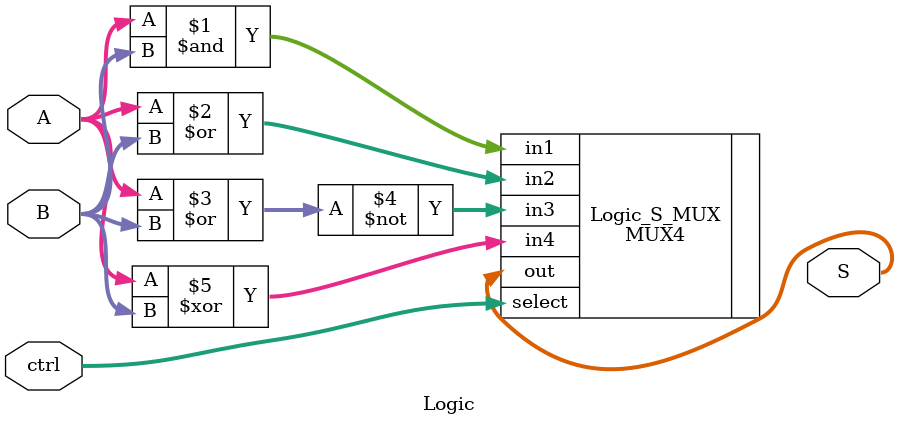
<source format=v>
/*
 * File: ALU.Logic.v
 * Logical calculating unit
*/
module Logic (
    input[31:0]     A,
    input[31:0]     B,
    input[1:0]      ctrl,
    output[31:0]    S
);
    MUX4#(32)Logic_S_MUX(
        .in1(A & B), .in2(A | B), .in3(~(A | B)), .in4(A ^ B),
        .select(ctrl), .out(S)
    );
endmodule
</source>
